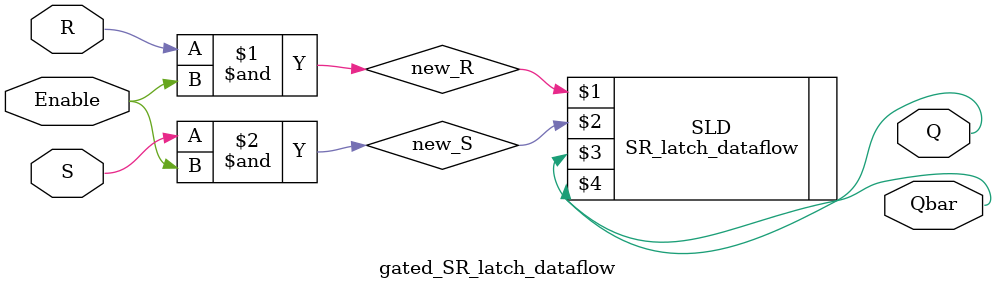
<source format=v>
`timescale 1ns / 1ps


module gated_SR_latch_dataflow(
    input R,
    input S,
    input Enable,
    output Q,
    output Qbar
    );
    wire new_R, new_S;
    assign #2 new_R = R & Enable;
    assign #2 new_S = S & Enable;
    SR_latch_dataflow SLD(new_R, new_S, Q, Qbar);
endmodule

</source>
